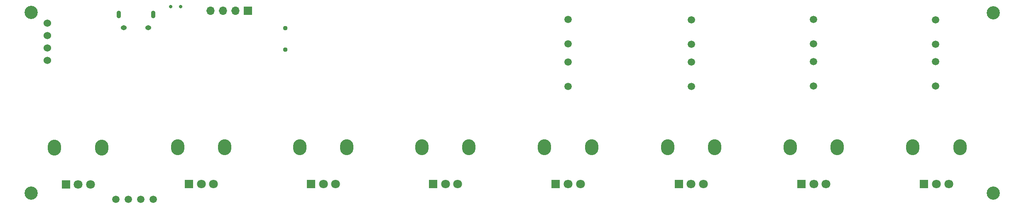
<source format=gbr>
%TF.GenerationSoftware,KiCad,Pcbnew,(5.1.9-0-10_14)*%
%TF.CreationDate,2021-11-27T16:04:38+01:00*%
%TF.ProjectId,SoundCore Knobs,536f756e-6443-46f7-9265-204b6e6f6273,rev?*%
%TF.SameCoordinates,Original*%
%TF.FileFunction,Soldermask,Bot*%
%TF.FilePolarity,Negative*%
%FSLAX46Y46*%
G04 Gerber Fmt 4.6, Leading zero omitted, Abs format (unit mm)*
G04 Created by KiCad (PCBNEW (5.1.9-0-10_14)) date 2021-11-27 16:04:38*
%MOMM*%
%LPD*%
G01*
G04 APERTURE LIST*
%ADD10C,1.500000*%
%ADD11C,2.700000*%
%ADD12O,1.700000X1.700000*%
%ADD13R,1.700000X1.700000*%
%ADD14C,0.950000*%
%ADD15C,0.700000*%
%ADD16O,2.720000X3.240000*%
%ADD17C,1.800000*%
%ADD18R,1.800000X1.800000*%
%ADD19O,0.890000X1.550000*%
%ADD20O,1.250000X0.950000*%
%ADD21C,1.524000*%
G04 APERTURE END LIST*
D10*
%TO.C,SW9*%
X257252000Y-68078000D03*
X257252000Y-73078000D03*
%TD*%
%TO.C,SW8*%
X232360000Y-68078000D03*
X232360000Y-73078000D03*
%TD*%
%TO.C,SW7*%
X207476000Y-68134000D03*
X207476000Y-73134000D03*
%TD*%
%TO.C,SW6*%
X182330000Y-68134000D03*
X182330000Y-73134000D03*
%TD*%
%TO.C,SW5*%
X257260000Y-59498000D03*
X257260000Y-64498000D03*
%TD*%
%TO.C,SW4*%
X232360000Y-59442000D03*
X232360000Y-64442000D03*
%TD*%
%TO.C,SW3*%
X207476000Y-59498000D03*
X207476000Y-64498000D03*
%TD*%
%TO.C,SW2*%
X182322000Y-59442000D03*
X182322000Y-64442000D03*
%TD*%
D11*
%TO.C,H4*%
X72800000Y-58000000D03*
%TD*%
%TO.C,H3*%
X269000000Y-95000000D03*
%TD*%
%TO.C,H2*%
X72800000Y-95000000D03*
%TD*%
%TO.C,H1*%
X269000000Y-58100000D03*
%TD*%
D12*
%TO.C,J8*%
X109424000Y-57668000D03*
X111964000Y-57668000D03*
X114504000Y-57668000D03*
D13*
X117044000Y-57668000D03*
%TD*%
D14*
%TO.C,U10*%
X124674000Y-61236000D03*
X124674000Y-65636000D03*
%TD*%
D15*
%TO.C,SW1*%
X103312000Y-56768000D03*
X101312000Y-56768000D03*
%TD*%
D16*
%TO.C,RV4*%
X152500000Y-85600000D03*
X162100000Y-85600000D03*
D17*
X159800000Y-93100000D03*
X157300000Y-93100000D03*
D18*
X154800000Y-93100000D03*
%TD*%
D19*
%TO.C,J3*%
X90684000Y-58400000D03*
X97684000Y-58400000D03*
D20*
X91684000Y-61100000D03*
X96684000Y-61100000D03*
%TD*%
D21*
%TO.C,U2*%
X76130000Y-60190000D03*
X76130000Y-62730000D03*
X76130000Y-65270000D03*
X76130000Y-67810000D03*
%TD*%
D16*
%TO.C,RV8*%
X252600000Y-85600000D03*
X262200000Y-85600000D03*
D17*
X259900000Y-93100000D03*
X257400000Y-93100000D03*
D18*
X254900000Y-93100000D03*
%TD*%
D16*
%TO.C,RV7*%
X227600000Y-85600000D03*
X237200000Y-85600000D03*
D17*
X234900000Y-93100000D03*
X232400000Y-93100000D03*
D18*
X229900000Y-93100000D03*
%TD*%
D16*
%TO.C,RV6*%
X202600000Y-85600000D03*
X212200000Y-85600000D03*
D17*
X209900000Y-93100000D03*
X207400000Y-93100000D03*
D18*
X204900000Y-93100000D03*
%TD*%
D16*
%TO.C,RV5*%
X177500000Y-85600000D03*
X187100000Y-85600000D03*
D17*
X184800000Y-93100000D03*
X182300000Y-93100000D03*
D18*
X179800000Y-93100000D03*
%TD*%
D16*
%TO.C,RV3*%
X127600000Y-85600000D03*
X137200000Y-85600000D03*
D17*
X134900000Y-93100000D03*
X132400000Y-93100000D03*
D18*
X129900000Y-93100000D03*
%TD*%
D16*
%TO.C,RV2*%
X102700000Y-85600000D03*
X112300000Y-85600000D03*
D17*
X110000000Y-93100000D03*
X107500000Y-93100000D03*
D18*
X105000000Y-93100000D03*
%TD*%
D16*
%TO.C,RV1*%
X77600000Y-85700000D03*
X87200000Y-85700000D03*
D17*
X84900000Y-93200000D03*
X82400000Y-93200000D03*
D18*
X79900000Y-93200000D03*
%TD*%
D10*
%TO.C,gnd1*%
X90120000Y-96276000D03*
%TD*%
%TO.C,3v1*%
X92660000Y-96276000D03*
%TD*%
%TO.C,swdio1*%
X97740000Y-96276000D03*
%TD*%
%TO.C,swclk1*%
X95200000Y-96276000D03*
%TD*%
M02*

</source>
